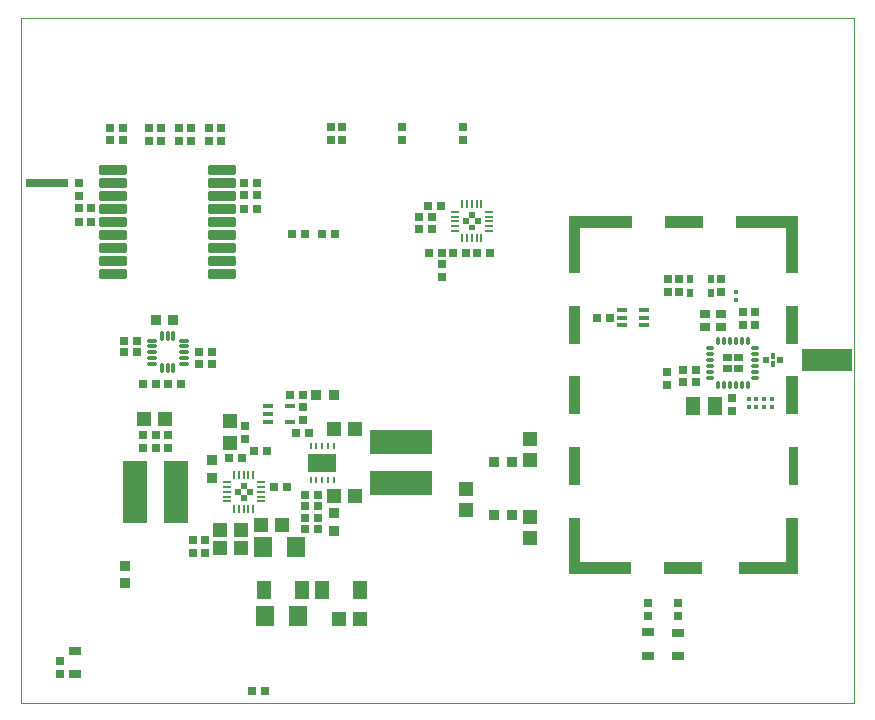
<source format=gtp>
%FSAX43Y43*%
%MOMM*%
G71*
G01*
G75*
G04 Layer_Color=8421504*
%ADD10R,0.350X0.400*%
G04:AMPARAMS|DCode=11|XSize=2.4mm|YSize=2.4mm|CornerRadius=0.06mm|HoleSize=0mm|Usage=FLASHONLY|Rotation=270.000|XOffset=0mm|YOffset=0mm|HoleType=Round|Shape=RoundedRectangle|*
%AMROUNDEDRECTD11*
21,1,2.400,2.280,0,0,270.0*
21,1,2.280,2.400,0,0,270.0*
1,1,0.120,-1.140,-1.140*
1,1,0.120,-1.140,1.140*
1,1,0.120,1.140,1.140*
1,1,0.120,1.140,-1.140*
%
%ADD11ROUNDEDRECTD11*%
%ADD12O,0.300X0.800*%
%ADD13O,0.800X0.300*%
%ADD14R,0.500X0.500*%
%ADD15R,0.850X0.400*%
%ADD16R,0.650X0.650*%
G04:AMPARAMS|DCode=17|XSize=0.65mm|YSize=3.6mm|CornerRadius=0.033mm|HoleSize=0mm|Usage=FLASHONLY|Rotation=270.000|XOffset=0mm|YOffset=0mm|HoleType=Round|Shape=RoundedRectangle|*
%AMROUNDEDRECTD17*
21,1,0.650,3.535,0,0,270.0*
21,1,0.585,3.600,0,0,270.0*
1,1,0.065,-1.768,-0.292*
1,1,0.065,-1.768,0.292*
1,1,0.065,1.768,0.292*
1,1,0.065,1.768,-0.292*
%
%ADD17ROUNDEDRECTD17*%
%ADD18R,1.300X1.300*%
%ADD19R,5.309X2.007*%
%ADD20R,2.007X5.309*%
%ADD21R,0.650X0.650*%
%ADD22O,0.220X0.800*%
%ADD23O,0.800X0.220*%
G04:AMPARAMS|DCode=24|XSize=1.6mm|YSize=1.6mm|CornerRadius=0.04mm|HoleSize=0mm|Usage=FLASHONLY|Rotation=180.000|XOffset=0mm|YOffset=0mm|HoleType=Round|Shape=RoundedRectangle|*
%AMROUNDEDRECTD24*
21,1,1.600,1.520,0,0,180.0*
21,1,1.520,1.600,0,0,180.0*
1,1,0.080,-0.760,0.760*
1,1,0.080,0.760,0.760*
1,1,0.080,0.760,-0.760*
1,1,0.080,-0.760,-0.760*
%
%ADD24ROUNDEDRECTD24*%
G04:AMPARAMS|DCode=25|XSize=2.3mm|YSize=0.8mm|CornerRadius=0.08mm|HoleSize=0mm|Usage=FLASHONLY|Rotation=0.000|XOffset=0mm|YOffset=0mm|HoleType=Round|Shape=RoundedRectangle|*
%AMROUNDEDRECTD25*
21,1,2.300,0.640,0,0,0.0*
21,1,2.140,0.800,0,0,0.0*
1,1,0.160,1.070,-0.320*
1,1,0.160,-1.070,-0.320*
1,1,0.160,-1.070,0.320*
1,1,0.160,1.070,0.320*
%
%ADD25ROUNDEDRECTD25*%
%ADD26R,1.300X1.600*%
%ADD27R,0.850X0.750*%
%ADD28R,1.600X1.800*%
%ADD29R,1.300X1.300*%
%ADD30R,0.900X0.900*%
%ADD31R,0.900X0.900*%
%ADD32R,1.300X1.600*%
%ADD33R,2.380X1.650*%
%ADD34O,0.250X0.600*%
%ADD35R,1.000X0.800*%
%ADD36O,0.900X0.300*%
%ADD37O,0.300X0.900*%
%ADD38R,0.600X0.800*%
%ADD39R,0.300X0.500*%
%ADD40R,0.550X0.550*%
%ADD41R,4.200X1.905*%
%ADD42C,0.600*%
%ADD43C,0.400*%
%ADD44C,0.250*%
%ADD45C,1.000*%
%ADD46C,0.650*%
%ADD47C,0.200*%
%ADD48C,0.257*%
%ADD49C,0.800*%
%ADD50C,0.300*%
%ADD51C,0.500*%
%ADD52C,1.200*%
%ADD53C,1.300*%
%ADD54C,0.900*%
%ADD55C,0.350*%
%ADD56C,0.700*%
%ADD57C,0.150*%
%ADD58C,0.050*%
%ADD59C,1.600*%
%ADD60C,1.500*%
%ADD61R,1.500X1.500*%
G04:AMPARAMS|DCode=62|XSize=2.2mm|YSize=3.6mm|CornerRadius=0.11mm|HoleSize=0mm|Usage=FLASHONLY|Rotation=270.000|XOffset=0mm|YOffset=0mm|HoleType=Round|Shape=RoundedRectangle|*
%AMROUNDEDRECTD62*
21,1,2.200,3.380,0,0,270.0*
21,1,1.980,3.600,0,0,270.0*
1,1,0.220,-1.690,-0.990*
1,1,0.220,-1.690,0.990*
1,1,0.220,1.690,0.990*
1,1,0.220,1.690,-0.990*
%
%ADD62ROUNDEDRECTD62*%
G04:AMPARAMS|DCode=63|XSize=1.6mm|YSize=1.6mm|CornerRadius=0.08mm|HoleSize=0mm|Usage=FLASHONLY|Rotation=270.000|XOffset=0mm|YOffset=0mm|HoleType=Round|Shape=RoundedRectangle|*
%AMROUNDEDRECTD63*
21,1,1.600,1.440,0,0,270.0*
21,1,1.440,1.600,0,0,270.0*
1,1,0.160,-0.720,-0.720*
1,1,0.160,-0.720,0.720*
1,1,0.160,0.720,0.720*
1,1,0.160,0.720,-0.720*
%
%ADD63ROUNDEDRECTD63*%
%ADD64C,1.700*%
G04:AMPARAMS|DCode=65|XSize=1.7mm|YSize=1.7mm|CornerRadius=0.17mm|HoleSize=0mm|Usage=FLASHONLY|Rotation=0.000|XOffset=0mm|YOffset=0mm|HoleType=Round|Shape=RoundedRectangle|*
%AMROUNDEDRECTD65*
21,1,1.700,1.360,0,0,0.0*
21,1,1.360,1.700,0,0,0.0*
1,1,0.340,0.680,-0.680*
1,1,0.340,-0.680,-0.680*
1,1,0.340,-0.680,0.680*
1,1,0.340,0.680,0.680*
%
%ADD65ROUNDEDRECTD65*%
%ADD66R,4.200X2.413*%
%ADD67C,0.400*%
%ADD68C,0.500*%
%ADD69C,0.600*%
%ADD70C,0.660*%
%ADD71C,0.100*%
%ADD72C,0.028*%
%ADD73C,0.025*%
%ADD74C,0.254*%
G36*
X0065750Y0018400D02*
X0064975D01*
Y0021600D01*
X0065750D01*
Y0018400D01*
D02*
G37*
G36*
X0047350D02*
X0046350D01*
Y0021600D01*
X0047350D01*
Y0018400D01*
D02*
G37*
G36*
X0019100Y0018119D02*
X0018600D01*
Y0018594D01*
X0019100D01*
Y0018119D01*
D02*
G37*
G36*
X0060150Y0028600D02*
Y0028000D01*
X0060050D01*
X0059400Y0028000D01*
Y0028600D01*
X0060150Y0028600D01*
D02*
G37*
G36*
X0065750Y0024400D02*
X0064750D01*
Y0027650D01*
X0065750D01*
Y0024400D01*
D02*
G37*
G36*
X0047350D02*
X0046350D01*
Y0027650D01*
X0047350D01*
Y0024400D01*
D02*
G37*
G36*
X0065750Y0011900D02*
Y0010900D01*
X0060750D01*
Y0011900D01*
X0064750D01*
Y0015650D01*
X0065750D01*
Y0011900D01*
D02*
G37*
G36*
X0057650Y0010900D02*
X0054450D01*
Y0011900D01*
X0057650D01*
Y0010900D01*
D02*
G37*
G36*
X0047350Y0011900D02*
X0051650D01*
Y0010900D01*
X0046350D01*
Y0011900D01*
X0046350D01*
Y0015650D01*
X0047350D01*
Y0011900D01*
D02*
G37*
G36*
X0019600Y0017594D02*
X0019125D01*
Y0018094D01*
X0019600D01*
Y0017594D01*
D02*
G37*
G36*
X0018575D02*
X0018100D01*
Y0018094D01*
X0018575D01*
Y0017594D01*
D02*
G37*
G36*
X0019100Y0017094D02*
X0018600D01*
Y0017569D01*
X0019100D01*
Y0017094D01*
D02*
G37*
G36*
X0057700Y0040200D02*
X0054500D01*
Y0041200D01*
X0057700D01*
Y0040200D01*
D02*
G37*
G36*
X0038411Y0040000D02*
X0037911D01*
Y0040475D01*
X0038411D01*
Y0040000D01*
D02*
G37*
G36*
X0065800Y0040200D02*
Y0036400D01*
X0064800D01*
Y0040200D01*
X0060500D01*
Y0041200D01*
X0065800D01*
Y0040200D01*
D02*
G37*
G36*
X0038411Y0041025D02*
X0037911D01*
Y0041500D01*
X0038411D01*
Y0041025D01*
D02*
G37*
G36*
X0038911Y0040500D02*
X0038436D01*
Y0041000D01*
X0038911D01*
Y0040500D01*
D02*
G37*
G36*
X0037886D02*
X0037411D01*
Y0041000D01*
X0037886D01*
Y0040500D01*
D02*
G37*
G36*
X0061100Y0028900D02*
X0060950D01*
X0060350Y0028900D01*
Y0029500D01*
X0061100D01*
Y0028900D01*
D02*
G37*
G36*
X0060150Y0028900D02*
X0059400D01*
Y0029500D01*
X0060150D01*
Y0028900D01*
D02*
G37*
G36*
X0061100Y0028000D02*
X0060950D01*
X0060350Y0028000D01*
Y0028600D01*
X0061100D01*
Y0028000D01*
D02*
G37*
G36*
X0051700Y0040200D02*
X0047350D01*
Y0036400D01*
X0046350D01*
Y0041200D01*
X0051700D01*
Y0040200D01*
D02*
G37*
G36*
X0065750Y0030400D02*
X0064750D01*
Y0033600D01*
X0065750D01*
Y0030400D01*
D02*
G37*
G36*
X0047350D02*
X0046350D01*
Y0033600D01*
X0047350D01*
Y0030400D01*
D02*
G37*
D10*
X0061600Y0025000D02*
D03*
Y0025700D02*
D03*
X0062250Y0025000D02*
D03*
Y0025700D02*
D03*
X0062900Y0025000D02*
D03*
Y0025700D02*
D03*
X0063550Y0025000D02*
D03*
Y0025700D02*
D03*
X0060500Y0034800D02*
D03*
Y0034100D02*
D03*
D12*
X0061500Y0030650D02*
D03*
X0061000D02*
D03*
X0060500D02*
D03*
X0060000D02*
D03*
X0059500D02*
D03*
X0059000D02*
D03*
Y0026850D02*
D03*
X0059500D02*
D03*
X0060000D02*
D03*
X0060500D02*
D03*
X0061000D02*
D03*
X0061500D02*
D03*
D13*
X0058350Y0030000D02*
D03*
Y0029500D02*
D03*
Y0029000D02*
D03*
Y0028500D02*
D03*
Y0028000D02*
D03*
Y0027500D02*
D03*
X0062150D02*
D03*
Y0028000D02*
D03*
Y0028500D02*
D03*
Y0029000D02*
D03*
Y0029500D02*
D03*
Y0030000D02*
D03*
D15*
X0052769Y0031930D02*
D03*
Y0032580D02*
D03*
Y0033230D02*
D03*
X0050869D02*
D03*
Y0032580D02*
D03*
Y0031930D02*
D03*
X0022792Y0025096D02*
D03*
Y0023796D02*
D03*
X0020892D02*
D03*
Y0024446D02*
D03*
Y0025096D02*
D03*
D16*
X0026612Y0039645D02*
D03*
X0025512D02*
D03*
X0034775Y0041100D02*
D03*
X0033675D02*
D03*
X0019995Y0041800D02*
D03*
X0018895D02*
D03*
X0034461Y0042050D02*
D03*
X0035561D02*
D03*
X0004857Y0040700D02*
D03*
X0005957D02*
D03*
X0019995Y0043000D02*
D03*
X0018895D02*
D03*
X0057100Y0028150D02*
D03*
X0056000D02*
D03*
X0057100Y0027150D02*
D03*
X0056000D02*
D03*
X0019995Y0044000D02*
D03*
X0018895D02*
D03*
X0034500Y0038050D02*
D03*
X0035600D02*
D03*
X0005957Y0041900D02*
D03*
X0004857D02*
D03*
X0036561Y0038050D02*
D03*
X0037661D02*
D03*
X0038611D02*
D03*
X0039711D02*
D03*
X0034775Y0040125D02*
D03*
X0033675D02*
D03*
X0007550Y0048625D02*
D03*
X0008650D02*
D03*
X0007550Y0047650D02*
D03*
X0008650D02*
D03*
X0024050Y0016625D02*
D03*
X0025150D02*
D03*
X0024050Y0015650D02*
D03*
X0025150D02*
D03*
Y0014700D02*
D03*
X0024050D02*
D03*
X0024350Y0022850D02*
D03*
X0023250D02*
D03*
X0010342Y0022694D02*
D03*
X0011442D02*
D03*
X0019700Y0021300D02*
D03*
X0020800D02*
D03*
X0017630Y0020700D02*
D03*
X0018730D02*
D03*
X0021400Y0018244D02*
D03*
X0022500D02*
D03*
X0019550Y0001000D02*
D03*
X0020650D02*
D03*
X0024050Y0017589D02*
D03*
X0025150D02*
D03*
X0011442Y0021594D02*
D03*
X0010342D02*
D03*
X0023867Y0026050D02*
D03*
X0022767D02*
D03*
X0049834Y0032580D02*
D03*
X0048734D02*
D03*
X0024000Y0039650D02*
D03*
X0022900D02*
D03*
X0009850Y0029700D02*
D03*
X0008750D02*
D03*
X0009850Y0030650D02*
D03*
X0008750D02*
D03*
X0011450Y0026950D02*
D03*
X0010350D02*
D03*
X0013500D02*
D03*
X0012400D02*
D03*
X0016200Y0029650D02*
D03*
X0015100D02*
D03*
X0016200Y0028650D02*
D03*
X0015100D02*
D03*
D17*
X0002200Y0044000D02*
D03*
D18*
X0037700Y0018100D02*
D03*
Y0016300D02*
D03*
X0043090Y0013950D02*
D03*
Y0015750D02*
D03*
X0043090Y0022300D02*
D03*
Y0020500D02*
D03*
X0017649Y0023817D02*
D03*
Y0022017D02*
D03*
D19*
X0032150Y0018547D02*
D03*
Y0022053D02*
D03*
D20*
X0009647Y0017800D02*
D03*
X0013153D02*
D03*
D21*
X0004857Y0042900D02*
D03*
Y0044000D02*
D03*
X0062100Y0031998D02*
D03*
Y0033098D02*
D03*
X0060150Y0025750D02*
D03*
Y0024650D02*
D03*
X0053050Y0007321D02*
D03*
Y0008421D02*
D03*
X0055600Y0007321D02*
D03*
Y0008421D02*
D03*
X0016880Y0047550D02*
D03*
Y0048650D02*
D03*
X0014340Y0047550D02*
D03*
Y0048650D02*
D03*
X0026200Y0047600D02*
D03*
Y0048700D02*
D03*
X0015900Y0047550D02*
D03*
Y0048650D02*
D03*
X0027200Y0047600D02*
D03*
Y0048700D02*
D03*
X0011800Y0047550D02*
D03*
Y0048650D02*
D03*
X0032286Y0047600D02*
D03*
Y0048700D02*
D03*
X0037390Y0047600D02*
D03*
Y0048700D02*
D03*
X0054700Y0028000D02*
D03*
Y0026900D02*
D03*
X0061150Y0033100D02*
D03*
Y0032000D02*
D03*
X0015531Y0013800D02*
D03*
Y0012700D02*
D03*
X0003250Y0003500D02*
D03*
Y0002400D02*
D03*
X0012442Y0021594D02*
D03*
Y0022694D02*
D03*
X0014575Y0013800D02*
D03*
Y0012700D02*
D03*
X0018925Y0023434D02*
D03*
Y0022334D02*
D03*
X0023867Y0023900D02*
D03*
Y0025000D02*
D03*
X0013350Y0047550D02*
D03*
Y0048650D02*
D03*
X0010850Y0047550D02*
D03*
Y0048650D02*
D03*
X0054750Y0035850D02*
D03*
Y0034750D02*
D03*
X0059275D02*
D03*
Y0035850D02*
D03*
X0055700D02*
D03*
Y0034750D02*
D03*
X0035600Y0037100D02*
D03*
Y0036000D02*
D03*
D22*
X0038961Y0039300D02*
D03*
X0038561D02*
D03*
X0038161D02*
D03*
X0037761D02*
D03*
X0037361D02*
D03*
Y0042200D02*
D03*
X0037761D02*
D03*
X0038161D02*
D03*
X0038561D02*
D03*
X0038961D02*
D03*
X0019650Y0019294D02*
D03*
X0019250D02*
D03*
X0018850D02*
D03*
X0018450D02*
D03*
X0018050D02*
D03*
Y0016394D02*
D03*
X0018450D02*
D03*
X0018850D02*
D03*
X0019250D02*
D03*
X0019650D02*
D03*
D23*
X0036711Y0039950D02*
D03*
Y0040350D02*
D03*
Y0040750D02*
D03*
Y0041150D02*
D03*
Y0041550D02*
D03*
X0039611D02*
D03*
Y0041150D02*
D03*
Y0040750D02*
D03*
Y0040350D02*
D03*
Y0039950D02*
D03*
X0020300Y0017044D02*
D03*
Y0017444D02*
D03*
Y0017844D02*
D03*
Y0018244D02*
D03*
Y0018644D02*
D03*
X0017400D02*
D03*
Y0018244D02*
D03*
Y0017844D02*
D03*
Y0017444D02*
D03*
Y0017044D02*
D03*
D25*
X0007810Y0045100D02*
D03*
Y0044000D02*
D03*
Y0042900D02*
D03*
Y0041800D02*
D03*
Y0040700D02*
D03*
Y0039600D02*
D03*
Y0036300D02*
D03*
Y0037400D02*
D03*
Y0038500D02*
D03*
X0017010Y0042900D02*
D03*
Y0044000D02*
D03*
Y0045100D02*
D03*
Y0041800D02*
D03*
Y0040700D02*
D03*
Y0039600D02*
D03*
Y0038500D02*
D03*
Y0037400D02*
D03*
Y0036300D02*
D03*
D26*
X0058720Y0025150D02*
D03*
X0056920D02*
D03*
D27*
X0057925Y0032875D02*
D03*
Y0031825D02*
D03*
X0059275Y0032875D02*
D03*
Y0031825D02*
D03*
D28*
X0023450Y0007350D02*
D03*
X0020650D02*
D03*
X0020450Y0013144D02*
D03*
X0023250D02*
D03*
D29*
X0026900Y0007100D02*
D03*
X0028700D02*
D03*
X0028250Y0017450D02*
D03*
X0026450D02*
D03*
X0028250Y0023200D02*
D03*
X0026450D02*
D03*
X0012192Y0023994D02*
D03*
X0010392D02*
D03*
X0016850Y0013044D02*
D03*
X0018650D02*
D03*
Y0014644D02*
D03*
X0016850D02*
D03*
X0022100Y0014994D02*
D03*
X0020300D02*
D03*
D30*
X0025000Y0026050D02*
D03*
X0026500D02*
D03*
X0040040Y0020350D02*
D03*
X0041540D02*
D03*
X0040040Y0015900D02*
D03*
X0041540D02*
D03*
X0011400Y0032350D02*
D03*
X0012900D02*
D03*
D31*
X0026450Y0016044D02*
D03*
Y0014544D02*
D03*
X0016125Y0020525D02*
D03*
Y0019025D02*
D03*
X0008800Y0010100D02*
D03*
Y0011600D02*
D03*
D32*
X0020550Y0009550D02*
D03*
X0023750D02*
D03*
X0028700D02*
D03*
X0025500D02*
D03*
D33*
X0025500Y0020300D02*
D03*
D34*
X0026500Y0018850D02*
D03*
X0026000D02*
D03*
X0025500D02*
D03*
X0025000D02*
D03*
X0024500D02*
D03*
Y0021750D02*
D03*
X0025000D02*
D03*
X0025500D02*
D03*
X0026000D02*
D03*
X0026500D02*
D03*
D35*
X0004550Y0002400D02*
D03*
Y0004400D02*
D03*
X0055600Y0003921D02*
D03*
Y0005921D02*
D03*
X0053050Y0003971D02*
D03*
Y0005971D02*
D03*
D36*
X0013750Y0030650D02*
D03*
Y0030150D02*
D03*
Y0029650D02*
D03*
Y0028650D02*
D03*
Y0029150D02*
D03*
X0011050Y0029150D02*
D03*
Y0028650D02*
D03*
Y0029650D02*
D03*
Y0030150D02*
D03*
Y0030650D02*
D03*
D37*
X0011900Y0031000D02*
D03*
X0012400D02*
D03*
X0012900D02*
D03*
Y0028300D02*
D03*
X0012400D02*
D03*
X0011900D02*
D03*
D38*
X0058400Y0034700D02*
D03*
Y0035900D02*
D03*
X0056600Y0034700D02*
D03*
Y0035900D02*
D03*
D39*
X0063650Y0028650D02*
D03*
Y0029350D02*
D03*
D40*
X0064250Y0029000D02*
D03*
X0063050D02*
D03*
D41*
X0068200D02*
D03*
D58*
X0000000Y0058000D02*
X0070500D01*
Y0000000D02*
Y0058000D01*
X0000000Y0000000D02*
X0070500D01*
X0000000D02*
Y0058000D01*
M02*

</source>
